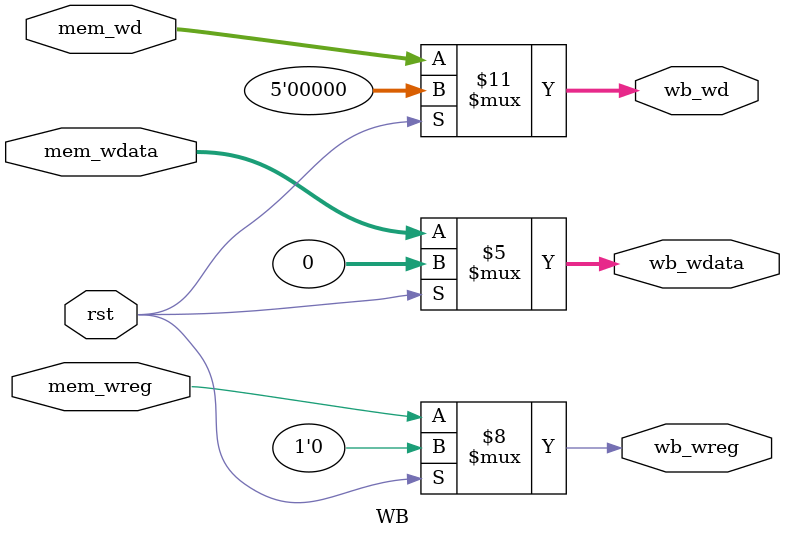
<source format=v>
/*
 * Ask me anything: via repo/issue, or e-mail: vencifreeman16@sjtu.edu.cn.
 * Author: @VenciFreeman (GitHub), copyright 2019.
 * School: Shanghai Jiao Tong University.

 * Description:
 * This file controls write back.

 * Details:

 * History:
 * - 19/12/27: Create this file, add PC module;

 * Notes:

 */

module WB (

    input   wire        rst,

    input   wire[4:0]   mem_wd,
    input   wire        mem_wreg,
    input   wire[31:0]  mem_wdata,

    output  reg [4:0]   wb_wd,
    output  reg         wb_wreg,
    output  reg [31:0]  wb_wdata

);

//always @ (*) begin
//    $display("wb: mem[%d] = %h", mem_wd, mem_wdata);
//end

always @ (*) begin
    if (rst)
        wb_wd <= 5'b0;
    else
        wb_wd <= mem_wd;
end

always @ (*) begin
    if (rst)
        wb_wreg <= 1'b0;
    else
        wb_wreg <= mem_wreg;
end

always @ (*) begin
    if (rst)
        wb_wdata <= 32'b0;
    else
        wb_wdata <= mem_wdata;
end

endmodule
</source>
